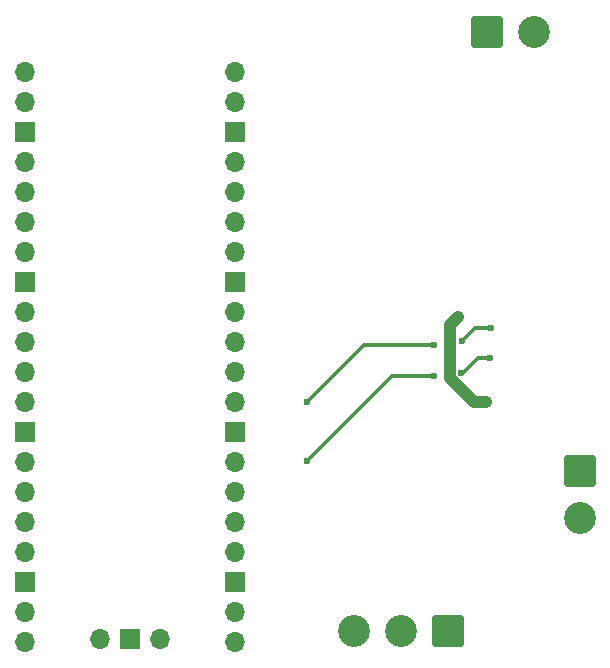
<source format=gbr>
%TF.GenerationSoftware,KiCad,Pcbnew,8.0.7*%
%TF.CreationDate,2025-03-03T11:15:17+09:00*%
%TF.ProjectId,dot_for1,646f745f-666f-4723-912e-6b696361645f,rev?*%
%TF.SameCoordinates,Original*%
%TF.FileFunction,Copper,L2,Bot*%
%TF.FilePolarity,Positive*%
%FSLAX46Y46*%
G04 Gerber Fmt 4.6, Leading zero omitted, Abs format (unit mm)*
G04 Created by KiCad (PCBNEW 8.0.7) date 2025-03-03 11:15:17*
%MOMM*%
%LPD*%
G01*
G04 APERTURE LIST*
G04 Aperture macros list*
%AMRoundRect*
0 Rectangle with rounded corners*
0 $1 Rounding radius*
0 $2 $3 $4 $5 $6 $7 $8 $9 X,Y pos of 4 corners*
0 Add a 4 corners polygon primitive as box body*
4,1,4,$2,$3,$4,$5,$6,$7,$8,$9,$2,$3,0*
0 Add four circle primitives for the rounded corners*
1,1,$1+$1,$2,$3*
1,1,$1+$1,$4,$5*
1,1,$1+$1,$6,$7*
1,1,$1+$1,$8,$9*
0 Add four rect primitives between the rounded corners*
20,1,$1+$1,$2,$3,$4,$5,0*
20,1,$1+$1,$4,$5,$6,$7,0*
20,1,$1+$1,$6,$7,$8,$9,0*
20,1,$1+$1,$8,$9,$2,$3,0*%
G04 Aperture macros list end*
%TA.AperFunction,ComponentPad*%
%ADD10RoundRect,0.250001X-1.099999X-1.099999X1.099999X-1.099999X1.099999X1.099999X-1.099999X1.099999X0*%
%TD*%
%TA.AperFunction,ComponentPad*%
%ADD11C,2.700000*%
%TD*%
%TA.AperFunction,ComponentPad*%
%ADD12RoundRect,0.250001X-1.099999X1.099999X-1.099999X-1.099999X1.099999X-1.099999X1.099999X1.099999X0*%
%TD*%
%TA.AperFunction,ComponentPad*%
%ADD13RoundRect,0.250001X1.099999X1.099999X-1.099999X1.099999X-1.099999X-1.099999X1.099999X-1.099999X0*%
%TD*%
%TA.AperFunction,ComponentPad*%
%ADD14O,1.700000X1.700000*%
%TD*%
%TA.AperFunction,ComponentPad*%
%ADD15R,1.700000X1.700000*%
%TD*%
%TA.AperFunction,ViaPad*%
%ADD16C,0.600000*%
%TD*%
%TA.AperFunction,ViaPad*%
%ADD17C,0.800000*%
%TD*%
%TA.AperFunction,Conductor*%
%ADD18C,0.300000*%
%TD*%
%TA.AperFunction,Conductor*%
%ADD19C,1.000000*%
%TD*%
G04 APERTURE END LIST*
D10*
%TO.P,IN1,1,Pin_1*%
%TO.N,VDD*%
X115042500Y-37450000D03*
D11*
%TO.P,IN1,2,Pin_2*%
%TO.N,GNDPWR*%
X119002500Y-37450000D03*
%TD*%
D12*
%TO.P,OUT1,1,Pin_1*%
%TO.N,out2*%
X122950000Y-74642500D03*
D11*
%TO.P,OUT1,2,Pin_2*%
%TO.N,out1*%
X122950000Y-78602500D03*
%TD*%
D13*
%TO.P,RV1,1,1*%
%TO.N,Net-(R2-Pad2)*%
X111760000Y-88200000D03*
D11*
%TO.P,RV1,2,2*%
%TO.N,Net-(U1-GPIO28_ADC2)*%
X107800000Y-88200000D03*
%TO.P,RV1,3,3*%
%TO.N,GNDA*%
X103840000Y-88200000D03*
%TD*%
D14*
%TO.P,U1,1,GPIO0*%
%TO.N,unconnected-(U1-GPIO0-Pad1)*%
X75910000Y-40870000D03*
%TO.P,U1,2,GPIO1*%
%TO.N,unconnected-(U1-GPIO1-Pad2)_1*%
X75910000Y-43410000D03*
D15*
%TO.P,U1,3,GND*%
%TO.N,GND*%
X75910000Y-45950000D03*
D14*
%TO.P,U1,4,GPIO2*%
%TO.N,unconnected-(U1-GPIO2-Pad4)_1*%
X75910000Y-48490000D03*
%TO.P,U1,5,GPIO3*%
%TO.N,unconnected-(U1-GPIO3-Pad5)_1*%
X75910000Y-51030000D03*
%TO.P,U1,6,GPIO4*%
%TO.N,unconnected-(U1-GPIO4-Pad6)_1*%
X75910000Y-53570000D03*
%TO.P,U1,7,GPIO5*%
%TO.N,unconnected-(U1-GPIO5-Pad7)_1*%
X75910000Y-56110000D03*
D15*
%TO.P,U1,8,GND*%
%TO.N,GND*%
X75910000Y-58650000D03*
D14*
%TO.P,U1,9,GPIO6*%
%TO.N,unconnected-(U1-GPIO6-Pad9)_1*%
X75910000Y-61190000D03*
%TO.P,U1,10,GPIO7*%
%TO.N,unconnected-(U1-GPIO7-Pad10)*%
X75910000Y-63730000D03*
%TO.P,U1,11,GPIO8*%
%TO.N,unconnected-(U1-GPIO8-Pad11)*%
X75910000Y-66270000D03*
%TO.P,U1,12,GPIO9*%
%TO.N,unconnected-(U1-GPIO9-Pad12)_1*%
X75910000Y-68810000D03*
D15*
%TO.P,U1,13,GND*%
%TO.N,GND*%
X75910000Y-71350000D03*
D14*
%TO.P,U1,14,GPIO10*%
%TO.N,unconnected-(U1-GPIO10-Pad14)_1*%
X75910000Y-73890000D03*
%TO.P,U1,15,GPIO11*%
%TO.N,unconnected-(U1-GPIO11-Pad15)*%
X75910000Y-76430000D03*
%TO.P,U1,16,GPIO12*%
%TO.N,unconnected-(U1-GPIO12-Pad16)_1*%
X75910000Y-78970000D03*
%TO.P,U1,17,GPIO13*%
%TO.N,unconnected-(U1-GPIO13-Pad17)*%
X75910000Y-81510000D03*
D15*
%TO.P,U1,18,GND*%
%TO.N,GND*%
X75910000Y-84050000D03*
D14*
%TO.P,U1,19,GPIO14*%
%TO.N,unconnected-(U1-GPIO14-Pad19)*%
X75910000Y-86590000D03*
%TO.P,U1,20,GPIO15*%
%TO.N,unconnected-(U1-GPIO15-Pad20)_1*%
X75910000Y-89130000D03*
%TO.P,U1,21,GPIO16*%
%TO.N,unconnected-(U1-GPIO16-Pad21)_1*%
X93690000Y-89130000D03*
%TO.P,U1,22,GPIO17*%
%TO.N,unconnected-(U1-GPIO17-Pad22)*%
X93690000Y-86590000D03*
D15*
%TO.P,U1,23,GND*%
%TO.N,GND*%
X93690000Y-84050000D03*
D14*
%TO.P,U1,24,GPIO18*%
%TO.N,unconnected-(U1-GPIO18-Pad24)_1*%
X93690000Y-81510000D03*
%TO.P,U1,25,GPIO19*%
%TO.N,unconnected-(U1-GPIO19-Pad25)*%
X93690000Y-78970000D03*
%TO.P,U1,26,GPIO20*%
%TO.N,unconnected-(U1-GPIO20-Pad26)_1*%
X93690000Y-76430000D03*
%TO.P,U1,27,GPIO21*%
%TO.N,RIN*%
X93690000Y-73890000D03*
D15*
%TO.P,U1,28,GND*%
%TO.N,GND*%
X93690000Y-71350000D03*
D14*
%TO.P,U1,29,GPIO22*%
%TO.N,FIN*%
X93690000Y-68810000D03*
%TO.P,U1,30,RUN*%
%TO.N,unconnected-(U1-RUN-Pad30)_1*%
X93690000Y-66270000D03*
%TO.P,U1,31,GPIO26_ADC0*%
%TO.N,unconnected-(U1-GPIO26_ADC0-Pad31)*%
X93690000Y-63730000D03*
%TO.P,U1,32,GPIO27_ADC1*%
%TO.N,unconnected-(U1-GPIO27_ADC1-Pad32)_1*%
X93690000Y-61190000D03*
D15*
%TO.P,U1,33,AGND*%
%TO.N,GNDA*%
X93690000Y-58650000D03*
D14*
%TO.P,U1,34,GPIO28_ADC2*%
%TO.N,Net-(U1-GPIO28_ADC2)*%
X93690000Y-56110000D03*
%TO.P,U1,35,ADC_VREF*%
%TO.N,+3.3VADC*%
X93690000Y-53570000D03*
%TO.P,U1,36,3V3*%
%TO.N,+3.3V*%
X93690000Y-51030000D03*
%TO.P,U1,37,3V3_EN*%
%TO.N,unconnected-(U1-3V3_EN-Pad37)*%
X93690000Y-48490000D03*
D15*
%TO.P,U1,38,GND*%
%TO.N,GND*%
X93690000Y-45950000D03*
D14*
%TO.P,U1,39,VSYS*%
%TO.N,+5V*%
X93690000Y-43410000D03*
%TO.P,U1,40,VBUS*%
%TO.N,unconnected-(U1-VBUS-Pad40)_1*%
X93690000Y-40870000D03*
%TO.P,U1,41,SWCLK*%
%TO.N,unconnected-(U1-SWCLK-Pad41)_1*%
X82260000Y-88900000D03*
D15*
%TO.P,U1,42,GND*%
%TO.N,GND*%
X84800000Y-88900000D03*
D14*
%TO.P,U1,43,SWDIO*%
%TO.N,unconnected-(U1-SWDIO-Pad43)_1*%
X87340000Y-88900000D03*
%TD*%
D16*
%TO.N,FIN*%
X110600000Y-64000000D03*
X99800000Y-68810000D03*
%TO.N,RIN*%
X110600000Y-66600000D03*
X99800000Y-73800000D03*
D17*
%TO.N,VDD*%
X112572000Y-61600000D03*
X114972000Y-68800000D03*
D16*
%TO.N,FIN*%
X112972000Y-63600000D03*
X115372000Y-62530000D03*
%TO.N,RIN*%
X115302000Y-65070000D03*
X112895996Y-66323996D03*
%TD*%
D18*
%TO.N,FIN*%
X104610000Y-64000000D02*
X110600000Y-64000000D01*
X99800000Y-68810000D02*
X104610000Y-64000000D01*
%TO.N,RIN*%
X107000000Y-66600000D02*
X110600000Y-66600000D01*
X99800000Y-73800000D02*
X107000000Y-66600000D01*
D19*
%TO.N,VDD*%
X111895996Y-62276004D02*
X111895996Y-66738210D01*
X111895996Y-66738210D02*
X113957786Y-68800000D01*
X113957786Y-68800000D02*
X114972000Y-68800000D01*
X112572000Y-61600000D02*
X111895996Y-62276004D01*
D18*
%TO.N,FIN*%
X112972000Y-63600000D02*
X114042000Y-62530000D01*
X114042000Y-62530000D02*
X115372000Y-62530000D01*
%TO.N,RIN*%
X114302000Y-65070000D02*
X115302000Y-65070000D01*
X113048004Y-66323996D02*
X114302000Y-65070000D01*
X112895996Y-66323996D02*
X113048004Y-66323996D01*
%TD*%
M02*

</source>
